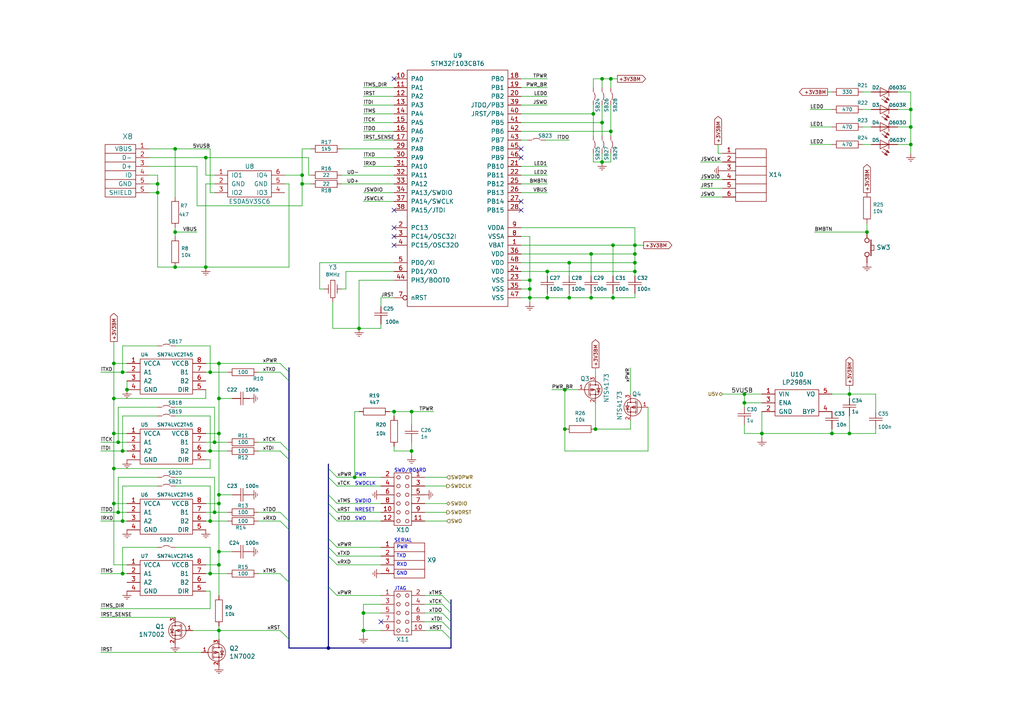
<source format=kicad_sch>
(kicad_sch (version 20231120) (generator "eeschema") (generator_version "8.0")
  (paper "A4")
  (title_block (rev "0.15"))
  (junction (at 63.5 163.83))
  (junction (at 158.75 78.74))
  (junction (at 102.87 138.43))
  (junction (at 215.9 116.84))
  (junction (at 63.5 182.88))
  (junction (at 114.3 119.38))
  (junction (at 105.41 177.8))
  (junction (at 34.29 148.59))
  (junction (at 172.085 33.02))
  (junction (at 165.1 86.36))
  (junction (at 264.16 31.75))
  (junction (at 63.5 143.51))
  (junction (at 174.625 46.99))
  (junction (at 264.16 41.91))
  (junction (at 153.67 81.28))
  (junction (at 87.63 50.8))
  (junction (at 174.625 35.56))
  (junction (at 62.23 148.59))
  (junction (at 184.15 71.12))
  (junction (at 163.83 124.46))
  (junction (at 95.25 187.96))
  (junction (at 246.38 114.3))
  (junction (at 153.67 86.36))
  (junction (at 251.46 67.31))
  (junction (at 62.23 128.27))
  (junction (at 165.1 76.2))
  (junction (at 33.02 105.41))
  (junction (at 33.02 135.89))
  (junction (at 158.75 86.36))
  (junction (at 60.96 107.95))
  (junction (at 63.5 146.05))
  (junction (at 33.02 146.05))
  (junction (at 63.5 160.02))
  (junction (at 33.02 115.57))
  (junction (at 119.38 130.81))
  (junction (at 177.8 86.36))
  (junction (at 60.96 151.13))
  (junction (at 172.72 124.46))
  (junction (at 50.8 43.18))
  (junction (at 177.165 38.1))
  (junction (at 105.41 182.88))
  (junction (at 35.56 166.37))
  (junction (at 63.5 125.73))
  (junction (at 60.96 166.37))
  (junction (at 35.56 130.81))
  (junction (at 36.83 113.03))
  (junction (at 174.625 22.86))
  (junction (at 50.8 67.31))
  (junction (at 60.96 130.81))
  (junction (at 184.15 78.74))
  (junction (at 264.16 36.83))
  (junction (at 87.63 53.34))
  (junction (at 184.15 76.2))
  (junction (at 33.02 125.73))
  (junction (at 50.8 77.47))
  (junction (at 35.56 151.13))
  (junction (at 184.15 73.66))
  (junction (at 63.5 105.41))
  (junction (at 45.72 55.88))
  (junction (at 215.9 114.3))
  (junction (at 246.38 125.73))
  (junction (at 45.72 53.34))
  (junction (at 34.29 128.27))
  (junction (at 241.3 125.73))
  (junction (at 35.56 107.95))
  (junction (at 171.45 73.66))
  (junction (at 171.45 86.36))
  (junction (at 119.38 119.38))
  (junction (at 177.165 22.86))
  (junction (at 59.69 45.72))
  (junction (at 163.83 113.03))
  (junction (at 177.8 71.12))
  (junction (at 63.5 115.57))
  (junction (at 104.14 95.25))
  (junction (at 59.69 77.47))
  (junction (at 220.98 125.73))
  (junction (at 153.67 83.82))
  (no_connect (at 151.13 45.72))
  (no_connect (at 114.3 66.04))
  (no_connect (at 151.13 58.42))
  (no_connect (at 114.3 68.58))
  (no_connect (at 114.3 60.96))
  (no_connect (at 114.3 71.12))
  (no_connect (at 151.13 43.18))
  (no_connect (at 110.49 180.34))
  (no_connect (at 114.3 22.86))
  (no_connect (at 151.13 60.96))
  (bus_entry (at 128.27 175.26) (size 2.54 2.54))
  (bus_entry (at 81.28 166.37) (size 2.54 2.54))
  (bus_entry (at 128.27 177.8) (size 2.54 2.54))
  (bus_entry (at 128.27 180.34) (size 2.54 2.54))
  (bus_entry (at 81.28 130.81) (size 2.54 2.54))
  (bus_entry (at 95.25 138.43) (size 2.54 2.54))
  (bus_entry (at 95.25 146.05) (size 2.54 2.54))
  (bus_entry (at 95.25 170.18) (size 2.54 2.54))
  (bus_entry (at 95.25 143.51) (size 2.54 2.54))
  (bus_entry (at 81.28 128.27) (size 2.54 2.54))
  (bus_entry (at 81.28 151.13) (size 2.54 2.54))
  (bus_entry (at 95.25 161.29) (size 2.54 2.54))
  (bus_entry (at 95.25 135.89) (size 2.54 2.54))
  (bus_entry (at 128.27 182.88) (size 2.54 2.54))
  (bus_entry (at 81.28 148.59) (size 2.54 2.54))
  (bus_entry (at 81.28 105.41) (size 2.54 2.54))
  (bus_entry (at 95.25 156.21) (size 2.54 2.54))
  (bus_entry (at 81.28 182.88) (size 2.54 2.54))
  (bus_entry (at 128.27 172.72) (size 2.54 2.54))
  (bus_entry (at 95.25 148.59) (size 2.54 2.54))
  (bus_entry (at 81.28 107.95) (size 2.54 2.54))
  (bus_entry (at 95.25 158.75) (size 2.54 2.54))
  (wire (pts (xy 33.02 105.41) (xy 36.83 105.41)))
  (wire (pts (xy 63.5 172.72) (xy 63.5 163.83)))
  (wire (pts (xy 57.15 48.26) (xy 57.15 59.69)))
  (wire (pts (xy 50.8 66.04) (xy 50.8 67.31)))
  (wire (pts (xy 74.93 130.81) (xy 81.28 130.81)))
  (bus (pts (xy 95.25 156.21) (xy 95.25 158.75)))
  (wire (pts (xy 35.56 158.75) (xy 35.56 166.37)))
  (wire (pts (xy 63.5 182.88) (xy 81.28 182.88)))
  (wire (pts (xy 36.83 146.05) (xy 33.02 146.05)))
  (wire (pts (xy 153.67 81.28) (xy 153.67 83.82)))
  (wire (pts (xy 45.72 53.34) (xy 45.72 55.88)))
  (wire (pts (xy 260.35 36.83) (xy 264.16 36.83)))
  (wire (pts (xy 59.69 171.45) (xy 60.96 171.45)))
  (wire (pts (xy 67.31 160.02) (xy 63.5 160.02)))
  (bus (pts (xy 130.81 177.8) (xy 130.81 180.34)))
  (wire (pts (xy 174.625 35.56) (xy 174.625 39.37)))
  (wire (pts (xy 33.02 135.89) (xy 33.02 146.05)))
  (wire (pts (xy 151.13 76.2) (xy 165.1 76.2)))
  (wire (pts (xy 33.02 163.83) (xy 36.83 163.83)))
  (wire (pts (xy 151.13 22.86) (xy 158.75 22.86)))
  (wire (pts (xy 114.3 50.8) (xy 99.06 50.8)))
  (bus (pts (xy 83.82 106.68) (xy 83.82 107.95)))
  (wire (pts (xy 209.55 52.07) (xy 203.2 52.07)))
  (bus (pts (xy 95.25 143.51) (xy 95.25 146.05)))
  (bus (pts (xy 95.25 134.62) (xy 95.25 135.89)))
  (bus (pts (xy 130.81 173.99) (xy 130.81 175.26)))
  (bus (pts (xy 130.81 180.34) (xy 130.81 182.88)))
  (wire (pts (xy 60.96 107.95) (xy 66.04 107.95)))
  (wire (pts (xy 29.21 107.95) (xy 35.56 107.95)))
  (bus (pts (xy 130.81 182.88) (xy 130.81 185.42)))
  (wire (pts (xy 33.02 105.41) (xy 33.02 115.57)))
  (wire (pts (xy 60.96 130.81) (xy 66.04 130.81)))
  (wire (pts (xy 35.56 151.13) (xy 29.21 151.13)))
  (wire (pts (xy 252.73 31.75) (xy 250.19 31.75)))
  (wire (pts (xy 182.88 121.92) (xy 182.88 124.46)))
  (wire (pts (xy 153.67 68.58) (xy 153.67 81.28)))
  (wire (pts (xy 60.96 151.13) (xy 66.04 151.13)))
  (wire (pts (xy 184.15 73.66) (xy 184.15 76.2)))
  (wire (pts (xy 33.02 105.41) (xy 33.02 99.06)))
  (wire (pts (xy 177.165 22.86) (xy 177.165 25.4)))
  (wire (pts (xy 129.54 151.13) (xy 123.19 151.13)))
  (wire (pts (xy 96.52 95.25) (xy 96.52 87.63)))
  (wire (pts (xy 172.085 33.02) (xy 172.085 30.48)))
  (wire (pts (xy 105.41 33.02) (xy 114.3 33.02)))
  (wire (pts (xy 87.63 53.34) (xy 87.63 59.69)))
  (wire (pts (xy 33.02 115.57) (xy 33.02 125.73)))
  (wire (pts (xy 36.83 166.37) (xy 35.56 166.37)))
  (wire (pts (xy 105.41 182.88) (xy 105.41 184.15)))
  (wire (pts (xy 59.69 148.59) (xy 62.23 148.59)))
  (wire (pts (xy 97.79 151.13) (xy 110.49 151.13)))
  (wire (pts (xy 105.41 38.1) (xy 114.3 38.1)))
  (wire (pts (xy 252.73 41.91) (xy 250.19 41.91)))
  (wire (pts (xy 58.42 189.23) (xy 29.21 189.23)))
  (bus (pts (xy 95.25 135.89) (xy 95.25 138.43)))
  (wire (pts (xy 63.5 115.57) (xy 63.5 125.73)))
  (wire (pts (xy 35.56 130.81) (xy 29.21 130.81)))
  (bus (pts (xy 95.25 146.05) (xy 95.25 148.59)))
  (wire (pts (xy 104.14 95.25) (xy 96.52 95.25)))
  (wire (pts (xy 119.38 119.38) (xy 114.3 119.38)))
  (wire (pts (xy 151.13 38.1) (xy 177.165 38.1)))
  (wire (pts (xy 153.67 86.36) (xy 151.13 86.36)))
  (wire (pts (xy 153.67 68.58) (xy 151.13 68.58)))
  (wire (pts (xy 246.38 114.3) (xy 254 114.3)))
  (wire (pts (xy 97.79 138.43) (xy 102.87 138.43)))
  (wire (pts (xy 264.16 26.67) (xy 264.16 31.75)))
  (wire (pts (xy 251.46 67.31) (xy 236.22 67.31)))
  (wire (pts (xy 260.35 26.67) (xy 264.16 26.67)))
  (wire (pts (xy 151.13 33.02) (xy 172.085 33.02)))
  (wire (pts (xy 220.98 116.84) (xy 215.9 116.84)))
  (wire (pts (xy 163.83 113.03) (xy 167.64 113.03)))
  (wire (pts (xy 83.82 53.34) (xy 83.82 77.47)))
  (wire (pts (xy 60.96 176.53) (xy 29.21 176.53)))
  (wire (pts (xy 114.3 45.72) (xy 105.41 45.72)))
  (wire (pts (xy 241.3 114.3) (xy 246.38 114.3)))
  (wire (pts (xy 59.69 77.47) (xy 50.8 77.47)))
  (wire (pts (xy 90.17 50.8) (xy 89.535 50.8)))
  (wire (pts (xy 153.035 40.64) (xy 151.13 40.64)))
  (wire (pts (xy 59.69 130.81) (xy 60.96 130.81)))
  (wire (pts (xy 153.67 86.36) (xy 153.67 87.63)))
  (wire (pts (xy 105.41 25.4) (xy 114.3 25.4)))
  (wire (pts (xy 63.5 182.88) (xy 63.5 185.42)))
  (wire (pts (xy 114.3 81.28) (xy 104.14 81.28)))
  (bus (pts (xy 95.25 158.75) (xy 95.25 161.29)))
  (wire (pts (xy 105.41 27.94) (xy 114.3 27.94)))
  (wire (pts (xy 59.69 128.27) (xy 62.23 128.27)))
  (wire (pts (xy 165.1 85.09) (xy 165.1 86.36)))
  (wire (pts (xy 36.83 110.49) (xy 36.83 113.03)))
  (wire (pts (xy 252.73 36.83) (xy 250.19 36.83)))
  (wire (pts (xy 62.23 138.43) (xy 62.23 148.59)))
  (wire (pts (xy 59.69 45.72) (xy 89.535 45.72)))
  (wire (pts (xy 45.72 158.75) (xy 35.56 158.75)))
  (wire (pts (xy 119.38 119.38) (xy 125.73 119.38)))
  (wire (pts (xy 174.625 46.99) (xy 177.165 46.99)))
  (wire (pts (xy 35.56 140.97) (xy 35.56 151.13)))
  (wire (pts (xy 251.46 64.77) (xy 251.46 67.31)))
  (wire (pts (xy 105.41 35.56) (xy 114.3 35.56)))
  (wire (pts (xy 177.8 85.09) (xy 177.8 86.36)))
  (wire (pts (xy 50.8 67.31) (xy 50.8 68.58)))
  (wire (pts (xy 83.82 77.47) (xy 59.69 77.47)))
  (wire (pts (xy 264.16 41.91) (xy 264.16 44.45)))
  (wire (pts (xy 177.165 38.1) (xy 177.165 39.37)))
  (wire (pts (xy 60.96 135.89) (xy 33.02 135.89)))
  (wire (pts (xy 29.21 179.07) (xy 50.8 179.07)))
  (wire (pts (xy 254 124.46) (xy 254 125.73)))
  (wire (pts (xy 110.49 148.59) (xy 97.79 148.59)))
  (wire (pts (xy 50.8 43.18) (xy 60.96 43.18)))
  (wire (pts (xy 151.13 55.88) (xy 158.75 55.88)))
  (wire (pts (xy 102.87 119.38) (xy 102.87 138.43)))
  (wire (pts (xy 89.535 45.72) (xy 89.535 50.8)))
  (wire (pts (xy 184.15 78.74) (xy 184.15 80.01)))
  (wire (pts (xy 113.03 119.38) (xy 114.3 119.38)))
  (wire (pts (xy 74.93 128.27) (xy 81.28 128.27)))
  (wire (pts (xy 110.49 93.98) (xy 110.49 95.25)))
  (wire (pts (xy 45.72 138.43) (xy 34.29 138.43)))
  (wire (pts (xy 59.69 115.57) (xy 33.02 115.57)))
  (wire (pts (xy 163.83 124.46) (xy 163.83 113.03)))
  (wire (pts (xy 104.14 119.38) (xy 102.87 119.38)))
  (wire (pts (xy 209.55 57.15) (xy 203.2 57.15)))
  (bus (pts (xy 83.82 133.35) (xy 83.82 151.13)))
  (wire (pts (xy 114.3 78.74) (xy 100.33 78.74)))
  (wire (pts (xy 74.93 166.37) (xy 81.28 166.37)))
  (wire (pts (xy 110.49 175.26) (xy 105.41 175.26)))
  (bus (pts (xy 95.25 138.43) (xy 95.25 143.51)))
  (wire (pts (xy 151.13 71.12) (xy 177.8 71.12)))
  (wire (pts (xy 74.93 148.59) (xy 81.28 148.59)))
  (wire (pts (xy 110.49 86.36) (xy 110.49 88.9)))
  (wire (pts (xy 60.96 140.97) (xy 60.96 151.13)))
  (wire (pts (xy 45.72 50.8) (xy 45.72 53.34)))
  (wire (pts (xy 62.23 55.88) (xy 60.96 55.88)))
  (wire (pts (xy 36.83 151.13) (xy 35.56 151.13)))
  (wire (pts (xy 171.45 86.36) (xy 177.8 86.36)))
  (wire (pts (xy 163.83 113.03) (xy 160.02 113.03)))
  (wire (pts (xy 174.625 44.45) (xy 174.625 46.99)))
  (wire (pts (xy 254 114.3) (xy 254 119.38)))
  (wire (pts (xy 220.98 119.38) (xy 220.98 125.73)))
  (bus (pts (xy 130.81 175.26) (xy 130.81 177.8)))
  (wire (pts (xy 129.54 140.97) (xy 123.19 140.97)))
  (wire (pts (xy 34.29 148.59) (xy 29.21 148.59)))
  (wire (pts (xy 241.3 125.73) (xy 220.98 125.73)))
  (wire (pts (xy 151.13 73.66) (xy 171.45 73.66)))
  (wire (pts (xy 63.5 146.05) (xy 63.5 160.02)))
  (wire (pts (xy 110.49 172.72) (xy 97.79 172.72)))
  (wire (pts (xy 114.3 48.26) (xy 105.41 48.26)))
  (wire (pts (xy 63.5 181.61) (xy 63.5 182.88)))
  (wire (pts (xy 246.38 125.73) (xy 241.3 125.73)))
  (bus (pts (xy 83.82 168.91) (xy 83.82 185.42)))
  (wire (pts (xy 208.28 44.45) (xy 208.28 41.91)))
  (wire (pts (xy 59.69 151.13) (xy 60.96 151.13)))
  (wire (pts (xy 55.88 182.88) (xy 63.5 182.88)))
  (wire (pts (xy 158.75 27.94) (xy 151.13 27.94)))
  (wire (pts (xy 123.19 138.43) (xy 129.54 138.43)))
  (wire (pts (xy 241.3 31.75) (xy 234.95 31.75)))
  (wire (pts (xy 105.41 175.26) (xy 105.41 177.8)))
  (wire (pts (xy 105.41 30.48) (xy 114.3 30.48)))
  (wire (pts (xy 172.085 46.99) (xy 174.625 46.99)))
  (wire (pts (xy 241.3 36.83) (xy 234.95 36.83)))
  (wire (pts (xy 36.83 148.59) (xy 34.29 148.59)))
  (wire (pts (xy 174.625 22.86) (xy 177.165 22.86)))
  (wire (pts (xy 151.13 53.34) (xy 158.75 53.34)))
  (wire (pts (xy 158.75 48.26) (xy 151.13 48.26)))
  (wire (pts (xy 177.165 46.99) (xy 177.165 44.45)))
  (wire (pts (xy 171.45 73.66) (xy 171.45 80.01)))
  (wire (pts (xy 110.49 161.29) (xy 97.79 161.29)))
  (wire (pts (xy 104.14 81.28) (xy 104.14 95.25)))
  (wire (pts (xy 43.18 50.8) (xy 45.72 50.8)))
  (wire (pts (xy 67.31 143.51) (xy 63.5 143.51)))
  (wire (pts (xy 153.67 86.36) (xy 158.75 86.36)))
  (wire (pts (xy 260.35 31.75) (xy 264.16 31.75)))
  (wire (pts (xy 241.3 26.67) (xy 240.03 26.67)))
  (wire (pts (xy 123.19 172.72) (xy 128.27 172.72)))
  (wire (pts (xy 128.27 182.88) (xy 123.19 182.88)))
  (wire (pts (xy 60.96 55.88) (xy 60.96 43.18)))
  (wire (pts (xy 60.96 171.45) (xy 60.96 176.53)))
  (bus (pts (xy 95.25 170.18) (xy 95.25 187.96)))
  (wire (pts (xy 172.085 33.02) (xy 172.085 39.37)))
  (wire (pts (xy 90.17 43.18) (xy 87.63 43.18)))
  (wire (pts (xy 45.72 118.11) (xy 34.29 118.11)))
  (wire (pts (xy 34.29 128.27) (xy 36.83 128.27)))
  (wire (pts (xy 158.115 40.64) (xy 165.1 40.64)))
  (bus (pts (xy 95.25 161.29) (xy 95.25 170.18)))
  (wire (pts (xy 45.72 55.88) (xy 45.72 77.47)))
  (wire (pts (xy 114.3 58.42) (xy 105.41 58.42)))
  (wire (pts (xy 119.38 123.19) (xy 119.38 119.38)))
  (wire (pts (xy 158.75 85.09) (xy 158.75 86.36)))
  (wire (pts (xy 114.3 120.65) (xy 114.3 119.38)))
  (bus (pts (xy 83.82 185.42) (xy 83.82 187.96)))
  (wire (pts (xy 59.69 107.95) (xy 60.96 107.95)))
  (wire (pts (xy 59.69 50.8) (xy 59.69 45.72)))
  (wire (pts (xy 100.33 83.82) (xy 99.06 83.82)))
  (wire (pts (xy 62.23 50.8) (xy 59.69 50.8)))
  (wire (pts (xy 165.1 86.36) (xy 171.45 86.36)))
  (wire (pts (xy 34.29 118.11) (xy 34.29 128.27)))
  (wire (pts (xy 186.69 71.12) (xy 184.15 71.12)))
  (wire (pts (xy 119.38 130.81) (xy 119.38 132.08)))
  (wire (pts (xy 63.5 146.05) (xy 63.5 143.51)))
  (wire (pts (xy 62.23 128.27) (xy 66.04 128.27)))
  (wire (pts (xy 33.02 125.73) (xy 33.02 135.89)))
  (wire (pts (xy 209.55 46.99) (xy 203.2 46.99)))
  (wire (pts (xy 241.3 124.46) (xy 241.3 125.73)))
  (wire (pts (xy 246.38 111.76) (xy 246.38 114.3)))
  (wire (pts (xy 87.63 59.69) (xy 57.15 59.69)))
  (bus (pts (xy 83.82 110.49) (xy 83.82 130.81)))
  (wire (pts (xy 209.55 114.3) (xy 215.9 114.3)))
  (wire (pts (xy 35.56 107.95) (xy 36.83 107.95)))
  (wire (pts (xy 246.38 114.3) (xy 246.38 115.57)))
  (wire (pts (xy 174.625 30.48) (xy 174.625 35.56)))
  (wire (pts (xy 59.69 146.05) (xy 63.5 146.05)))
  (wire (pts (xy 35.56 120.65) (xy 35.56 130.81)))
  (wire (pts (xy 215.9 125.73) (xy 215.9 123.19)))
  (wire (pts (xy 105.41 177.8) (xy 105.41 182.88)))
  (wire (pts (xy 184.15 86.36) (xy 184.15 85.09)))
  (wire (pts (xy 172.085 25.4) (xy 172.085 22.86)))
  (wire (pts (xy 172.085 44.45) (xy 172.085 46.99)))
  (wire (pts (xy 62.23 118.11) (xy 62.23 128.27)))
  (wire (pts (xy 260.35 41.91) (xy 264.16 41.91)))
  (wire (pts (xy 92.71 76.2) (xy 92.71 83.82)))
  (wire (pts (xy 50.8 43.18) (xy 43.18 43.18)))
  (wire (pts (xy 97.79 158.75) (xy 110.49 158.75)))
  (wire (pts (xy 177.8 86.36) (xy 184.15 86.36)))
  (wire (pts (xy 63.5 160.02) (xy 63.5 163.83)))
  (wire (pts (xy 184.15 71.12) (xy 184.15 73.66)))
  (wire (pts (xy 187.96 130.81) (xy 163.83 130.81)))
  (wire (pts (xy 110.49 177.8) (xy 105.41 177.8)))
  (wire (pts (xy 114.3 130.81) (xy 119.38 130.81)))
  (wire (pts (xy 119.38 130.81) (xy 119.38 128.27)))
  (wire (pts (xy 50.8 118.11) (xy 62.23 118.11)))
  (wire (pts (xy 114.3 43.18) (xy 99.06 43.18)))
  (wire (pts (xy 110.49 182.88) (xy 105.41 182.88)))
  (wire (pts (xy 92.71 76.2) (xy 114.3 76.2)))
  (wire (pts (xy 60.96 100.33) (xy 50.8 100.33)))
  (wire (pts (xy 45.72 77.47) (xy 50.8 77.47)))
  (bus (pts (xy 130.81 187.96) (xy 95.25 187.96)))
  (bus (pts (xy 83.82 153.67) (xy 83.82 168.91)))
  (wire (pts (xy 246.38 125.73) (xy 254 125.73)))
  (wire (pts (xy 97.79 140.97) (xy 110.49 140.97)))
  (wire (pts (xy 220.98 125.73) (xy 215.9 125.73)))
  (wire (pts (xy 60.96 107.95) (xy 60.96 100.33)))
  (wire (pts (xy 209.55 54.61) (xy 203.2 54.61)))
  (wire (pts (xy 92.71 83.82) (xy 93.98 83.82)))
  (bus (pts (xy 83.82 107.95) (xy 83.82 110.49)))
  (wire (pts (xy 43.18 55.88) (xy 45.72 55.88)))
  (wire (pts (xy 114.3 129.54) (xy 114.3 130.81)))
  (wire (pts (xy 67.31 115.57) (xy 63.5 115.57)))
  (wire (pts (xy 60.96 166.37) (xy 66.04 166.37)))
  (wire (pts (xy 82.55 50.8) (xy 87.63 50.8)))
  (wire (pts (xy 82.55 53.34) (xy 83.82 53.34)))
  (wire (pts (xy 158.75 78.74) (xy 158.75 80.01)))
  (wire (pts (xy 33.02 146.05) (xy 33.02 163.83)))
  (wire (pts (xy 50.8 158.75) (xy 60.96 158.75)))
  (wire (pts (xy 220.98 125.73) (xy 220.98 127)))
  (wire (pts (xy 177.8 71.12) (xy 184.15 71.12)))
  (wire (pts (xy 97.79 146.05) (xy 110.49 146.05)))
  (wire (pts (xy 35.56 166.37) (xy 29.21 166.37)))
  (wire (pts (xy 60.96 120.65) (xy 60.96 130.81)))
  (bus (pts (xy 83.82 151.13) (xy 83.82 153.67)))
  (wire (pts (xy 151.13 81.28) (xy 153.67 81.28)))
  (wire (pts (xy 102.87 138.43) (xy 110.49 138.43)))
  (wire (pts (xy 62.23 148.59) (xy 66.04 148.59)))
  (wire (pts (xy 59.69 166.37) (xy 60.96 166.37)))
  (bus (pts (xy 95.25 148.59) (xy 95.25 156.21)))
  (wire (pts (xy 151.13 30.48) (xy 158.75 30.48)))
  (wire (pts (xy 215.9 118.11) (xy 215.9 116.84)))
  (wire (pts (xy 158.75 78.74) (xy 184.15 78.74)))
  (wire (pts (xy 35.56 100.33) (xy 35.56 107.95)))
  (wire (pts (xy 158.75 50.8) (xy 151.13 50.8)))
  (wire (pts (xy 128.27 180.34) (xy 123.19 180.34)))
  (wire (pts (xy 43.18 48.26) (xy 57.15 48.26)))
  (wire (pts (xy 63.5 105.41) (xy 59.69 105.41)))
  (wire (pts (xy 36.83 125.73) (xy 33.02 125.73)))
  (wire (pts (xy 74.93 107.95) (xy 81.28 107.95)))
  (wire (pts (xy 59.69 125.73) (xy 63.5 125.73)))
  (wire (pts (xy 151.13 78.74) (xy 158.75 78.74)))
  (wire (pts (xy 246.38 120.65) (xy 246.38 125.73)))
  (wire (pts (xy 59.69 163.83) (xy 63.5 163.83)))
  (wire (pts (xy 215.9 116.84) (xy 215.9 114.3)))
  (wire (pts (xy 110.49 95.25) (xy 104.14 95.25)))
  (wire (pts (xy 129.54 148.59) (xy 123.19 148.59)))
  (wire (pts (xy 100.33 78.74) (xy 100.33 83.82)))
  (wire (pts (xy 182.88 124.46) (xy 172.72 124.46)))
  (wire (pts (xy 177.165 38.1) (xy 177.165 30.48)))
  (wire (pts (xy 172.72 109.22) (xy 172.72 106.68)))
  (wire (pts (xy 36.83 130.81) (xy 35.56 130.81)))
  (wire (pts (xy 50.8 140.97) (xy 60.96 140.97)))
  (wire (pts (xy 60.96 158.75) (xy 60.96 166.37)))
  (wire (pts (xy 187.96 118.11) (xy 187.96 130.81)))
  (wire (pts (xy 63.5 125.73) (xy 63.5 143.51)))
  (wire (pts (xy 50.8 67.31) (xy 57.15 67.31)))
  (wire (pts (xy 123.19 146.05) (xy 129.54 146.05)))
  (wire (pts (xy 59.69 133.35) (xy 60.96 133.35)))
  (wire (pts (xy 105.41 40.64) (xy 114.3 40.64)))
  (wire (pts (xy 241.3 41.91) (xy 234.95 41.91)))
  (wire (pts (xy 50.8 57.15) (xy 50.8 43.18)))
  (wire (pts (xy 110.49 163.83) (xy 97.79 163.83)))
  (bus (pts (xy 83.82 187.96) (xy 95.25 187.96)))
  (bus (pts (xy 83.82 130.81) (xy 83.82 133.35)))
  (wire (pts (xy 114.3 86.36) (xy 110.49 86.36)))
  (wire (pts (xy 74.93 151.13) (xy 81.28 151.13)))
  (wire (pts (xy 59.69 53.34) (xy 59.69 77.47)))
  (wire (pts (xy 128.27 177.8) (xy 123.19 177.8)))
  (wire (pts (xy 87.63 43.18) (xy 87.63 50.8)))
  (wire (pts (xy 165.1 76.2) (xy 165.1 80.01)))
  (wire (pts (xy 151.13 66.04) (xy 184.15 66.04)))
  (wire (pts (xy 177.8 71.12) (xy 177.8 80.01)))
  (wire (pts (xy 264.16 31.75) (xy 264.16 36.83)))
  (wire (pts (xy 90.17 53.34) (xy 87.63 53.34)))
  (wire (pts (xy 209.55 44.45) (xy 208.28 44.45)))
  (wire (pts (xy 182.88 114.3) (xy 182.88 106.68)))
  (wire (pts (xy 151.13 35.56) (xy 174.625 35.56)))
  (wire (pts (xy 172.72 124.46) (xy 172.72 116.84)))
  (wire (pts (xy 220.98 114.3) (xy 215.9 114.3)))
  (wire (pts (xy 171.45 85.09) (xy 171.45 86.36)))
  (wire (pts (xy 158.75 86.36) (xy 165.1 86.36)))
  (wire (pts (xy 45.72 100.33) (xy 35.56 100.33)))
  (wire (pts (xy 43.18 45.72) (xy 59.69 45.72)))
  (wire (pts (xy 165.1 76.2) (xy 184.15 76.2)))
  (bus (pts (xy 130.81 185.42) (xy 130.81 187.96)))
  (wire (pts (xy 163.83 130.81) (xy 163.83 124.46)))
  (wire (pts (xy 50.8 120.65) (xy 60.96 120.65)))
  (wire (pts (xy 174.625 25.4) (xy 174.625 22.86)))
  (wire (pts (xy 62.23 53.34) (xy 59.69 53.34)))
  (wire (pts (xy 99.06 53.34) (xy 114.3 53.34)))
  (wire (pts (xy 264.16 36.83) (xy 264.16 41.91)))
  (wire (pts (xy 114.3 55.88) (xy 105.41 55.88)))
  (wire (pts (xy 87.63 50.8) (xy 87.63 53.34)))
  (wire (pts (xy 184.15 66.04) (xy 184.15 71.12)))
  (wire (pts (xy 153.67 83.82) (xy 153.67 86.36)))
  (wire (pts (xy 177.165 22.86) (xy 179.07 22.86)))
  (wire (pts (xy 59.69 113.03) (xy 59.69 115.57)))
  (wire (pts (xy 123.19 175.26) (xy 128.27 175.26)))
  (wire (pts (xy 184.15 76.2) (xy 184.15 78.74)))
  (wire (pts (xy 172.085 22.86) (xy 174.625 22.86)))
  (wire (pts (xy 50.8 138.43) (xy 62.23 138.43)))
  (wire (pts (xy 252.73 26.67) (xy 250.19 26.67)))
  (wire (pts (xy 60.96 133.35) (xy 60.96 135.89)))
  (wire (pts (xy 171.45 73.66) (xy 184.15 73.66)))
  (wire (pts (xy 63.5 115.57) (xy 63.5 105.41)))
  (wire (pts (xy 43.18 53.34) (xy 45.72 53.34)))
  (wire (pts (xy 29.21 128.27) (xy 34.29 128.27)))
  (wire (pts (xy 63.5 105.41) (xy 81.28 105.41)))
  (wire (pts (xy 45.72 140.97) (xy 35.56 140.97)))
  (wire (pts (xy 34.29 138.43) (xy 34.29 148.59)))
  (wire (pts (xy 151.13 83.82) (xy 153.67 83.82)))
  (wire (pts (xy 45.72 120.65) (xy 35.56 120.65)))
  (wire (pts (xy 151.13 25.4) (xy 158.75 25.4)))
  (text "SERIAL" (at 114.3 157.48 0) (effects (font (size 1.016 1.016)) (justify left bottom)))
  (text "JTAG" (at 114.3 171.45 0) (effects (font (size 1.016 1.016)) (justify left bottom)))
  (text "PWR" (at 114.935 159.385 0) (effects (font (size 1.016 1.016)) (justify left bottom)))
  (text "SWO" (at 102.87 151.13 0) (effects (font (size 1.016 1.016)) (justify left bottom)))
  (text "RXD" (at 114.935 164.465 0) (effects (font (size 1.016 1.016)) (justify left bottom)))
  (text "NRESET" (at 102.87 148.59 0) (effects (font (size 1.016 1.016)) (justify left bottom)))
  (text "SWDIO" (at 102.87 146.05 0) (effects (font (size 1.016 1.016)) (justify left bottom)))
  (text "PWR" (at 102.87 138.43 0) (effects (font (size 1.016 1.016)) (justify left bottom)))
  (text "GND" (at 114.935 167.005 0) (effects (font (size 1.016 1.016)) (justify left bottom)))
  (text "SWD/BOARD" (at 114.3 137.16 0) (effects (font (size 1.016 1.016)) (justify left bottom)))
  (text "TXD" (at 114.935 161.925 0) (effects (font (size 1.016 1.016)) (justify left bottom)))
  (text "SWDCLK" (at 102.87 140.97 0) (effects (font (size 1.016 1.016)) (justify left bottom)))
  (label "iTMS" (at 105.41 33.02 0) (effects (font (size 1.016 1.016))))
  (label "xTDI" (at 76.2 130.81 0) (effects (font (size 1.016 1.016))))
  (label "BMBTN" (at 236.22 67.31 0) (effects (font (size 1.016 1.016))))
  (label "iTDO" (at 105.41 38.1 0) (effects (font (size 1.016 1.016))))
  (label "xTDI" (at 128.27 180.34 180) (effects (font (size 1.016 1.016))))
  (label "iTMS" (at 29.21 166.37 0) (effects (font (size 1.016 1.016))))
  (label "iTDO" (at 165.1 40.64 180) (effects (font (size 1.016 1.016))))
  (label "xTMS" (at 128.27 172.72 180) (effects (font (size 1.016 1.016))))
  (label "iTMS_DIR" (at 105.41 25.4 0) (effects (font (size 1.016 1.016))))
  (label "xRST" (at 81.28 182.88 180) (effects (font (size 1.016 1.016))))
  (label "iTDO" (at 29.21 148.59 0) (effects (font (size 1.016 1.016))))
  (label "iTXD" (at 29.21 107.95 0) (effects (font (size 1.016 1.016))))
  (label "JSWCLK" (at 105.41 58.42 0) (effects (font (size 1.016 1.016))))
  (label "xRST" (at 97.79 148.59 0) (effects (font (size 1.016 1.016))))
  (label "xTCK" (at 76.2 128.27 0) (effects (font (size 1.016 1.016))))
  (label "iTDI" (at 29.21 130.81 0) (effects (font (size 1.016 1.016))))
  (label "xPWR" (at 97.79 172.72 0) (effects (font (size 1.016 1.016))))
  (label "JRST" (at 203.2 54.61 0) (effects (font (size 1.016 1.016))))
  (label "iTMS_DIR" (at 29.21 176.53 0) (effects (font (size 1.016 1.016))))
  (label "xTXD" (at 76.2 107.95 0) (effects (font (size 1.016 1.016))))
  (label "xPWR" (at 97.79 158.75 0) (effects (font (size 1.016 1.016))))
  (label "TPWR" (at 125.73 119.38 180) (effects (font (size 1.016 1.016))))
  (label "LED0" (at 234.95 31.75 0) (effects (font (size 1.016 1.016))))
  (label "UD+" (at 104.14 53.34 180) (effects (font (size 1.016 1.016))))
  (label "TPWR" (at 158.75 22.86 180) (effects (font (size 1.016 1.016))))
  (label "iTDI" (at 105.41 30.48 0) (effects (font (size 1.016 1.016))))
  (label "JSWCLK" (at 203.2 46.99 0) (effects (font (size 1.016 1.016))))
  (label "JSWDIO" (at 105.41 55.88 0) (effects (font (size 1.016 1.016))))
  (label "VBUS" (at 158.75 55.88 180) (effects (font (size 1.016 1.016))))
  (label "xTCK" (at 128.27 175.26 180) (effects (font (size 1.016 1.016))))
  (label "xRXD" (at 97.79 163.83 0) (effects (font (size 1.016 1.016))))
  (label "LED0" (at 158.75 27.94 180) (effects (font (size 1.016 1.016))))
  (label "xRXD" (at 76.2 151.13 0) (effects (font (size 1.016 1.016))))
  (label "JSWDIO" (at 203.2 52.07 0) (effects (font (size 1.016 1.016))))
  (label "iTXD" (at 105.41 45.72 0) (effects (font (size 1.016 1.016))))
  (label "xPWR" (at 76.2 105.41 0) (effects (font (size 1.016 1.016))))
  (label "JSWO" (at 203.2 57.15 0) (effects (font (size 1.016 1.016))))
  (label "UD-" (at 104.14 50.8 180) (effects (font (size 1.016 1.016))))
  (label "xTDO" (at 128.27 177.8 180) (effects (font (size 1.016 1.016))))
  (label "LED2" (at 234.95 41.91 0) (effects (font (size 1.016 1.016))))
  (label "xTXD" (at 97.79 161.29 0) (effects (font (size 1.016 1.016))))
  (label "xTDO" (at 76.2 148.59 0) (effects (font (size 1.016 1.016))))
  (label "xTDO" (at 97.79 151.13 0) (effects (font (size 1.016 1.016))))
  (label "JRST" (at 110.49 86.36 0) (effects (font (size 1.016 1.016))))
  (label "xTCK" (at 97.79 140.97 0) (effects (font (size 1.016 1.016))))
  (label "PWR_BR" (at 160.02 113.03 0) (effects (font (size 1.016 1.016))))
  (label "xRST" (at 128.27 182.88 180) (effects (font (size 1.016 1.016))))
  (label "5VUSB" (at 55.88 43.18 0) (effects (font (size 1.016 1.016))))
  (label "xPWR" (at 182.88 106.68 270) (effects (font (size 1.016 1.016))))
  (label "iRST_SENSE" (at 105.41 40.64 0) (effects (font (size 1.016 1.016))))
  (label "LED2" (at 158.75 50.8 180) (effects (font (size 1.016 1.016))))
  (label "LED1" (at 158.75 48.26 180) (effects (font (size 1.016 1.016))))
  (label "iRST" (at 105.41 27.94 0) (effects (font (size 1.016 1.016))))
  (label "LED1" (at 234.95 36.83 0) (effects (font (size 1.016 1.016))))
  (label "xPWR" (at 97.79 138.43 0) (effects (font (size 1.016 1.016))))
  (label "iRXD" (at 29.21 151.13 0) (effects (font (size 1.016 1.016))))
  (label "JSWO" (at 158.75 30.48 180) (effects (font (size 1.016 1.016))))
  (label "iRST" (at 29.21 189.23 0) (effects (font (size 1.016 1.016))))
  (label "xTMS" (at 76.2 166.37 0) (effects (font (size 1.016 1.016))))
  (label "iTCK" (at 105.41 35.56 0) (effects (font (size 1.016 1.016))))
  (label "iTCK" (at 29.21 128.27 0) (effects (font (size 1.016 1.016))))
  (label "BMBTN" (at 158.75 53.34 180) (effects (font (size 1.016 1.016))))
  (label "xTMS" (at 97.79 146.05 0) (effects (font (size 1.016 1.016))))
  (label "iRXD" (at 105.41 48.26 0) (effects (font (size 1.016 1.016))))
  (label "5VUSB" (at 212.09 114.3 0))
  (label "VBUS" (at 57.15 67.31 180) (effects (font (size 1.016 1.016))))
  (label "PWR_BR" (at 158.75 25.4 180) (effects (font (size 1.016 1.016))))
  (label "iRST_SENSE" (at 29.21 179.07 0) (effects (font (size 1.016 1.016))))
  (global_label "+3V3BM" (shape output) (at 240.03 26.67 180) (effects (font (size 1.016 1.016))) (property "Intersheetrefs" "${INTERSHEET_REFS}" (effects (hide yes))))
  (global_label "+3V3BM" (shape output) (at 251.46 55.88 90) (effects (font (size 1.016 1.016))) (property "Intersheetrefs" "${INTERSHEET_REFS}" (effects (hide yes))))
  (global_label "+3V3BM" (shape output) (at 186.69 71.12 0) (effects (font (size 1.016 1.016))) (property "Intersheetrefs" "${INTERSHEET_REFS}" (effects (hide yes))))
  (global_label "+3V3BM" (shape output) (at 246.38 111.76 90) (effects (font (size 1.016 1.016))) (property "Intersheetrefs" "${INTERSHEET_REFS}" (effects (hide yes))))
  (global_label "+3V3BM" (shape output) (at 179.07 22.86 0) (effects (font (size 1.016 1.016))) (property "Intersheetrefs" "${INTERSHEET_REFS}" (effects (hide yes))))
  (global_label "+3V3BM" (shape output) (at 172.72 106.68 90) (effects (font (size 1.016 1.016))) (property "Intersheetrefs" "${INTERSHEET_REFS}" (effects (hide yes))))
  (global_label "+3V3BM" (shape output) (at 33.02 99.06 90) (effects (font (size 1.016 1.016))) (property "Intersheetrefs" "${INTERSHEET_REFS}" (effects (hide yes))))
  (global_label "+3V3BM" (shape output) (at 208.28 41.91 90) (effects (font (size 1.016 1.016))) (property "Intersheetrefs" "${INTERSHEET_REFS}" (effects (hide yes))))
  (hierarchical_label "SWDRST" (shape output) (at 129.54 148.59 0) (effects (font (size 1.016 1.016))))
  (hierarchical_label "SWDCLK" (shape output) (at 129.54 140.97 0) (effects (font (size 1.016 1.016))))
  (hierarchical_label "U5V" (shape bidirectional) (at 209.55 114.3 180) (effects (font (size 1.016 1.016))))
  (hierarchical_label "SWDPWR" (shape input) (at 129.54 138.43 0) (effects (font (size 1.016 1.016))))
  (hierarchical_label "SWDIO" (shape bidirectional) (at 129.54 146.05 0) (effects (font (size 1.016 1.016))))
  (hierarchical_label "SWO" (shape input) (at 129.54 151.13 0) (effects (font (size 1.016 1.016))))
  (symbol (lib_id "nuco-v-rescue:JUMPER-COMMON") (at 177.165 39.37 270) (unit 1)
    (property "Reference" "SB29" (at 178.435 44.45 0) (effects (font (size 1.016 1.016))))
    (property "Value" "JUMPER" (effects (hide yes)))
    (property "Footprint" "SMD-CMN:SMD-0603R" (effects (hide yes)))
  )
  (symbol (lib_id "nuco-v-rescue:JUMPER-COMMON") (at 174.625 39.37 270) (unit 1)
    (property "Reference" "SB27" (at 175.895 44.45 0) (effects (font (size 1.016 1.016))))
    (property "Value" "JUMPER" (effects (hide yes)))
    (property "Footprint" "SMD-CMN:SMD-0603R" (effects (hide yes)))
  )
  (symbol (lib_id "nuco-v-rescue:JUMPER-COMMON") (at 172.085 39.37 270) (unit 1)
    (property "Reference" "SB25" (at 173.355 44.45 0) (effects (font (size 1.016 1.016))))
    (property "Value" "JUMPER" (effects (hide yes)))
    (property "Footprint" "SMD-CMN:SMD-0603R" (effects (hide yes)))
  )
  (symbol (lib_id "nuco-v-rescue:STM32F103C8T6-STM32") (at 114.3 22.86 0) (unit 1)
    (property "Reference" "U9" (at 132.715 16.129 0))
    (property "Value" "STM32F103CBT6" (at 132.715 18.4404 0))
    (property "Footprint" "SMD-QFN:QFP50P070X070-48" (effects (hide yes)))
  )
  (symbol (lib_id "nuco-v-rescue:USB-OTG-CONNECTORS") (at 43.18 43.18 0) (unit 1)
    (property "Reference" "X8" (at 37.0332 39.5986 0) (effects (font (size 1.524 1.524))))
    (property "Value" "USB-OTG" (effects (hide yes)))
    (property "Footprint" "CONNECTORS:AMP10118194-0001LF" (effects (hide yes)))
  )
  (symbol (lib_id "nuco-v-rescue:RESISTOR-COMMON") (at 50.8 57.15 270) (unit 1)
    (property "Reference" "R7" (at 53.34 59.69 90) (effects (font (size 1.016 1.016))))
    (property "Value" "4k7" (at 53.34 62.23 90) (effects (font (size 1.016 1.016))))
    (property "Footprint" "SMD-CMN:SMD-0603R" (effects (hide yes)))
  )
  (symbol (lib_id "nuco-v-rescue:RESISTOR-COMMON") (at 90.17 50.8 0) (unit 1)
    (property "Reference" "R16" (at 94.615 48.895 0) (effects (font (size 1.016 1.016))))
    (property "Value" "22" (at 94.615 50.8 0) (effects (font (size 1.016 1.016))))
    (property "Footprint" "SMD-CMN:SMD-0603R" (effects (hide yes)))
  )
  (symbol (lib_id "nuco-v-rescue:RESISTOR-COMMON") (at 50.8 68.58 270) (unit 1)
    (property "Reference" "R8" (at 52.5272 72.0598 90) (effects (font (size 1.016 1.016)) (justify left)))
    (property "Value" "10k" (at 52.5272 73.9902 90) (effects (font (size 1.016 1.016)) (justify left)))
    (property "Footprint" "SMD-CMN:SMD-0603R" (effects (hide yes)))
  )
  (symbol (lib_id "nuco-v-rescue:ESDAxxSC6-OTHER") (at 62.23 50.8 0) (unit 1)
    (property "Reference" "U8" (at 72.39 48.26 0))
    (property "Value" "ESDA5V3SC6" (at 72.39 58.42 0))
    (property "Footprint" "SMD-SOT:SOT-23-6" (effects (hide yes)))
  )
  (symbol (lib_id "nuco-v-rescue:PGND-COMMON") (at 59.69 77.47 0) (unit 1)
    (property "Reference" "#P0122" (effects (hide yes)))
    (property "Value" "PGND" (effects (hide yes)))
  )
  (symbol (lib_id "nuco-v-rescue:RESISTOR-COMMON") (at 99.06 53.34 180) (unit 1)
    (property "Reference" "R18" (at 94.615 55.245 0) (effects (font (size 1.016 1.016))))
    (property "Value" "22" (at 94.615 53.34 0) (effects (font (size 1.016 1.016))))
    (property "Footprint" "SMD-CMN:SMD-0603R" (effects (hide yes)))
  )
  (symbol (lib_id "nuco-v-rescue:RESISTOR-COMMON") (at 99.06 43.18 180) (unit 1)
    (property "Reference" "R17" (at 94.615 41.275 0) (effects (font (size 1.016 1.016))))
    (property "Value" "1k5" (at 94.615 43.18 0) (effects (font (size 1.016 1.016))))
    (property "Footprint" "SMD-CMN:SMD-0603R" (effects (hide yes)))
  )
  (symbol (lib_id "nuco-v-rescue:JUMPER-COMMON") (at 45.72 100.33 0) (unit 1)
    (property "Reference" "SB17" (at 50.8 99.06 0) (effects (font (size 1.016 1.016))))
    (property "Value" "JUMPER" (effects (hide yes)))
    (property "Footprint" "SMD-CMN:SMD-0603R" (effects (hide yes)))
  )
  (symbol (lib_id "nuco-v-rescue:JUMPER-COMMON") (at 45.72 120.65 0) (unit 1)
    (property "Reference" "SB19" (at 50.8 119.38 0) (effects (font (size 1.016 1.016))))
    (property "Value" "JUMPER" (effects (hide yes)))
    (property "Footprint" "SMD-CMN:SMD-0603R" (effects (hide yes)))
  )
  (symbol (lib_id "nuco-v-rescue:JUMPER-COMMON") (at 45.72 118.11 0) (unit 1)
    (property "Reference" "SB18" (at 50.8 116.84 0) (effects (font (size 1.016 1.016))))
    (property "Value" "JUMPER" (effects (hide yes)))
    (property "Footprint" "SMD-CMN:SMD-0603R" (effects (hide yes)))
  )
  (symbol (lib_id "nuco-v-rescue:JUMPER-COMMON") (at 45.72 138.43 0) (unit 1)
    (property "Reference" "SB20" (at 50.8 137.16 0) (effects (font (size 1.016 1.016))))
    (property "Value" "JUMPER" (effects (hide yes)))
    (property "Footprint" "SMD-CMN:SMD-0603R" (effects (hide yes)))
  )
  (symbol (lib_id "nuco-v-rescue:JUMPER-COMMON") (at 45.72 140.97 0) (unit 1)
    (property "Reference" "SB21" (at 50.8 139.7 0) (effects (font (size 1.016 1.016))))
    (property "Value" "JUMPER" (effects (hide yes)))
    (property "Footprint" "SMD-CMN:SMD-0603R" (effects (hide yes)))
  )
  (symbol (lib_id "nuco-v-rescue:JUMPER-COMMON") (at 45.72 158.75 0) (unit 1)
    (property "Reference" "SB22" (at 48.26 156.5402 0) (effects (font (size 1.016 1.016))))
    (property "Value" "JUMPER" (effects (hide yes)))
    (property "Footprint" "SMD-CMN:SMD-0603R" (effects (hide yes)))
  )
  (symbol (lib_id "nuco-v-rescue:JUMPER-COMMON") (at 172.085 25.4 270) (unit 1)
    (property "Reference" "SB24" (at 173.355 30.48 0) (effects (font (size 1.016 1.016))))
    (property "Value" "JUMPER" (effects (hide yes)))
    (property "Footprint" "SMD-CMN:SMD-0603R" (effects (hide yes)))
  )
  (symbol (lib_id "nuco-v-rescue:JUMPER-COMMON") (at 174.625 25.4 270) (unit 1)
    (property "Reference" "SB26" (at 175.895 30.48 0) (effects (font (size 1.016 1.016))))
    (property "Value" "JUMPER" (effects (hide yes)))
    (property "Footprint" "SMD-CMN:SMD-0603R" (effects (hide yes)))
  )
  (symbol (lib_id "nuco-v-rescue:JUMPER-COMMON") (at 177.165 25.4 270) (unit 1)
    (property "Reference" "SB28" (at 178.435 30.48 0) (effects (font (size 1.016 1.016))))
    (property "Value" "JUMPER" (effects (hide yes)))
    (property "Footprint" "SMD-CMN:SMD-0603R" (effects (hide yes)))
  )
  (symbol (lib_id "nuco-v-rescue:SN74LVC2T45-TI") (at 36.83 105.41 0) (unit 1)
    (property "Reference" "U4" (at 41.91 102.87 0) (effects (font (size 1.016 1.016))))
    (property "Value" "SN74LVC2T45" (at 50.8 102.87 0) (effects (font (size 1.016 1.016))))
    (property "Footprint" "SMD-QFN:SO65P030X030-8" (effects (hide yes)))
  )
  (symbol (lib_id "nuco-v-rescue:SN74LVC2T45-TI") (at 36.83 125.73 0) (unit 1)
    (property "Reference" "U5" (at 41.91 123.19 0) (effects (font (size 1.016 1.016))))
    (property "Value" "SN74LVC2T45" (at 50.8 123.19 0) (effects (font (size 1.016 1.016))))
    (property "Footprint" "SMD-QFN:SO65P030X030-8" (effects (hide yes)))
  )
  (symbol (lib_id "nuco-v-rescue:SN74LVC2T45-TI") (at 36.83 146.05 0) (unit 1)
    (property "Reference" "U6" (at 41.91 143.51 0) (effects (font (size 1.016 1.016))))
    (property "Value" "SN74LVC2T45" (at 50.8 143.51 0) (effects (font (size 1.016 1.016))))
    (property "Footprint" "SMD-QFN:SO65P030X030-8" (effects (hide yes)))
  )
  (symbol (lib_id "nuco-v-rescue:SN74LVC2T45-TI") (at 36.83 163.83 0) (unit 1)
    (property "Reference" "U7" (at 41.91 161.29 0) (effects (font (size 1.016 1.016))))
    (property "Value" "SN74LVC2T45" (at 50.8 161.29 0) (effects (font (size 1.016 1.016))))
    (property "Footprint" "SMD-QFN:SO65P030X030-8" (effects (hide yes)))
  )
  (symbol (lib_id "nuco-v-rescue:PGND-COMMON") (at 36.83 113.03 0) (unit 1)
    (property "Reference" "#P0123" (effects (hide yes)))
    (property "Value" "PGND" (effects (hide yes)))
  )
  (symbol (lib_id "nuco-v-rescue:PGND-COMMON") (at 36.83 133.35 0) (unit 1)
    (property "Reference" "#P0124" (effects (hide yes)))
    (property "Value" "PGND" (effects (hide yes)))
  )
  (symbol (lib_id "nuco-v-rescue:PGND-COMMON") (at 36.83 153.67 0) (unit 1)
    (property "Reference" "#P0136" (effects (hide yes)))
    (property "Value" "PGND" (effects (hide yes)))
  )
  (symbol (lib_id "nuco-v-rescue:PGND-COMMON") (at 36.83 171.45 0) (unit 1)
    (property "Reference" "#P0135" (effects (hide yes)))
    (property "Value" "PGND" (effects (hide yes)))
  )
  (symbol (lib_id "nuco-v-rescue:CONN-04P1L-CONNECTORS") (at 110.49 158.75 0) (mirror y) (unit 1)
    (property "Reference" "X9" (at 123.9012 162.433 0) (effects (justify right)))
    (property "Value" "CONN-04P1L" (effects (hide yes)))
    (property "Footprint" "CONNFLY:DS1021-1X04S61" (effects (hide yes)))
  )
  (symbol (lib_id "nuco-v-rescue:RESISTOR-COMMON") (at 74.93 128.27 180) (unit 1)
    (property "Reference" "R11" (at 70.485 126.365 0) (effects (font (size 1.016 1.016))))
    (property "Value" "100" (at 70.485 128.27 0) (effects (font (size 1.016 1.016))))
    (property "Footprint" "SMD-CMN:SMD-0603R" (effects (hide yes)))
  )
  (symbol (lib_id "nuco-v-rescue:RESISTOR-COMMON") (at 74.93 107.95 180) (unit 1)
    (property "Reference" "R10" (at 74.93 109.855 0) (effects (font (size 1.016 1.016))))
    (property "Value" "100" (at 70.485 107.95 0) (effects (font (size 1.016 1.016))))
    (property "Footprint" "SMD-CMN:SMD-0603R" (effects (hide yes)))
  )
  (symbol (lib_id "nuco-v-rescue:RESISTOR-COMMON") (at 74.93 130.81 180) (unit 1)
    (property "Reference" "R12" (at 70.485 132.715 0) (effects (font (size 1.016 1.016))))
    (property "Value" "100" (at 70.485 130.81 0) (effects (font (size 1.016 1.016))))
    (property "Footprint" "SMD-CMN:SMD-0603R" (effects (hide yes)))
  )
  (symbol (lib_id "nuco-v-rescue:RESISTOR-COMMON") (at 74.93 148.59 180) (unit 1)
    (property "Reference" "R13" (at 70.485 146.685 0) (effects (font (size 1.016 1.016))))
    (property "Value" "100" (at 70.485 148.59 0) (effects (font (size 1.016 1.016))))
    (property "Footprint" "SMD-CMN:SMD-0603R" (effects (hide yes)))
  )
  (symbol (lib_id "nuco-v-rescue:RESISTOR-COMMON") (at 74.93 151.13 180) (unit 1)
    (property "Reference" "R14" (at 69.85 153.035 0) (effects (font (size 1.016 1.016))))
    (property "Value" "100" (at 70.485 151.13 0) (effects (font (size 1.016 1.016))))
    (property "Footprint" "SMD-CMN:SMD-0603R" (effects (hide yes)))
  )
  (symbol (lib_id "nuco-v-rescue:RESISTOR-COMMON") (at 74.93 166.37 180) (unit 1)
    (property "Reference" "R15" (at 70.485 164.465 0) (effects (font (size 1.016 1.016))))
    (property "Value" "100" (at 70.485 166.37 0) (effects (font (size 1.016 1.016))))
    (property "Footprint" "SMD-CMN:SMD-0603R" (effects (hide yes)))
  )
  (symbol (lib_id "nuco-v-rescue:CONN-12P2L-CONNECTORS") (at 116.84 138.43 0) (unit 1)
    (property "Reference" "X10" (at 116.84 153.67 0))
    (property "Value" "CONN-12P2L" (effects (hide yes)))
    (property "Footprint" "CONNFLY:DS1021-2X06S61" (effects (hide yes)))
  )
  (symbol (lib_id "nuco-v-rescue:PGND-COMMON") (at 110.49 143.51 270) (unit 1)
    (property "Reference" "#P0125" (effects (hide yes)))
    (property "Value" "PGND" (effects (hide yes)))
  )
  (symbol (lib_id "nuco-v-rescue:PGND-COMMON") (at 110.49 166.37 270) (unit 1)
    (property "Reference" "#P0126" (effects (hide yes)))
    (property "Value" "PGND" (effects (hide yes)))
  )
  (symbol (lib_id "nuco-v-rescue:1N7002-COMMON") (at 58.42 189.23 0) (unit 1)
    (property "Reference" "Q2" (at 66.4972 188.0616 0) (effects (justify left)))
    (property "Value" "1N7002" (at 66.4972 190.373 0) (effects (justify left)))
    (property "Footprint" "SMD-SOT:SC-70-3" (effects (hide yes)))
  )
  (symbol (lib_id "nuco-v-rescue:1N7002-COMMON") (at 55.88 182.88 0) (mirror y) (unit 1)
    (property "Reference" "Q1" (at 47.8028 181.7116 0) (effects (justify left)))
    (property "Value" "1N7002" (at 47.8028 184.023 0) (effects (justify left)))
    (property "Footprint" "SMD-SOT:SC-70-3" (effects (hide yes)))
  )
  (symbol (lib_id "nuco-v-rescue:RESISTOR-COMMON") (at 63.5 172.72 270) (unit 1)
    (property "Reference" "R9" (at 65.2272 176.1998 90) (effects (font (size 1.016 1.016)) (justify left)))
    (property "Value" "10k" (at 65.2272 178.1302 90) (effects (font (size 1.016 1.016)) (justify left)))
    (property "Footprint" "SMD-CMN:SMD-0603R" (effects (hide yes)))
  )
  (symbol (lib_id "nuco-v-rescue:PGND-COMMON") (at 63.5 193.04 0) (unit 1)
    (property "Reference" "#P0128" (effects (hide yes)))
    (property "Value" "PGND" (effects (hide yes)))
  )
  (symbol (lib_id "nuco-v-rescue:PGND-COMMON") (at 50.8 186.69 0) (unit 1)
    (property "Reference" "#P0127" (effects (hide yes)))
    (property "Value" "PGND" (effects (hide yes)))
  )
  (symbol (lib_id "nuco-v-rescue:RESISTOR-COMMON") (at 250.19 26.67 180) (unit 1)
    (property "Reference" "R21" (at 250.19 24.765 0) (effects (font (size 1.016 1.016))))
    (property "Value" "330" (at 245.745 26.67 0) (effects (font (size 1.016 1.016))))
    (property "Footprint" "SMD-CMN:SMD-0603R" (effects (hide yes)))
  )
  (symbol (lib_id "nuco-v-rescue:RESISTOR-COMMON") (at 250.19 31.75 180) (unit 1)
    (property "Reference" "R22" (at 250.19 29.845 0) (effects (font (size 1.016 1.016))))
    (property "Value" "470" (at 245.745 31.75 0) (effects (font (size 1.016 1.016))))
    (property "Footprint" "SMD-CMN:SMD-0603R" (effects (hide yes)))
  )
  (symbol (lib_id "nuco-v-rescue:RESISTOR-COMMON") (at 250.19 36.83 180) (unit 1)
    (property "Reference" "R23" (at 250.19 34.925 0) (effects (font (size 1.016 1.016))))
    (property "Value" "470" (at 245.745 36.83 0) (effects (font (size 1.016 1.016))))
    (property "Footprint" "SMD-CMN:SMD-0603R" (effects (hide yes)))
  )
  (symbol (lib_id "nuco-v-rescue:RESISTOR-COMMON") (at 250.19 41.91 180) (unit 1)
    (property "Reference" "R24" (at 250.19 40.005 0) (effects (font (size 1.016 1.016))))
    (property "Value" "470" (at 245.745 41.91 0) (effects (font (size 1.016 1.016))))
    (property "Footprint" "SMD-CMN:SMD-0603R" (effects (hide yes)))
  )
  (symbol (lib_id "nuco-v-rescue:LED-COMMON") (at 260.35 26.67 180) (unit 1)
    (property "Reference" "D2" (at 254 25.4 0) (effects (font (size 1.016 1.016))))
    (property "Value" "0603G" (at 260.35 25.4 0) (effects (font (size 1.016 1.016))))
    (property "Footprint" "OPTOEL:LED-0603" (effects (hide yes)))
  )
  (symbol (lib_id "nuco-v-rescue:LED-COMMON") (at 260.35 31.75 180) (unit 1)
    (property "Reference" "D3" (at 254 30.48 0) (effects (font (size 1.016 1.016))))
    (property "Value" "0603R" (at 260.35 30.48 0) (effects (font (size 1.016 1.016))))
    (property "Footprint" "OPTOEL:LED-0603" (effects (hide yes)))
  )
  (symbol (lib_id "nuco-v-rescue:LED-COMMON") (at 260.35 36.83 180) (unit 1)
    (property "Reference" "D4" (at 254 35.56 0) (effects (font (size 1.016 1.016))))
    (property "Value" "0603O" (at 260.35 35.56 0) (effects (font (size 1.016 1.016))))
    (property "Footprint" "OPTOEL:LED-0603" (effects (hide yes)))
  )
  (symbol (lib_id "nuco-v-rescue:LED-COMMON") (at 260.35 41.91 180) (unit 1)
    (property "Reference" "D5" (at 254 40.64 0) (effects (font (size 1.016 1.016))))
    (property "Value" "0603Y" (at 260.35 40.64 0) (effects (font (size 1.016 1.016))))
    (property "Footprint" "OPTOEL:LED-0603" (effects (hide yes)))
  )
  (symbol (lib_id "nuco-v-rescue:PGND-COMMON") (at 174.625 46.99 0) (unit 1)
    (property "Reference" "#P0146" (effects (hide yes)))
    (property "Value" "PGND" (effects (hide yes)))
  )
  (symbol (lib_id "nuco-v-rescue:LP2985N-TI") (at 220.98 114.3 0) (unit 1)
    (property "Reference" "U10" (at 231.14 108.585 0))
    (property "Value" "LP2985N" (at 231.14 110.8964 0))
    (property "Footprint" "SMD-SOT:SOT-23-5" (effects (hide yes)))
  )
  (symbol (lib_id "nuco-v-rescue:PGND-COMMON") (at 220.98 127 0) (unit 1)
    (property "Reference" "#P0129" (effects (hide yes)))
    (property "Value" "PGND" (effects (hide yes)))
  )
  (symbol (lib_id "nuco-v-rescue:PGND-COMMON") (at 264.16 44.45 0) (unit 1)
    (property "Reference" "#P0137" (effects (hide yes)))
    (property "Value" "PGND" (effects (hide yes)))
  )
  (symbol (lib_id "nuco-v-rescue:CONN-10P2L-CONNECTORS") (at 116.84 172.72 0) (mirror y) (unit 1)
    (property "Reference" "X11" (at 116.84 185.42 0))
    (property "Value" "CONN-10P2L" (effects (hide yes)))
    (property "Footprint" "CONNFLY:DS1031-08-2X05P8BSX" (effects (hide yes)))
  )
  (symbol (lib_id "nuco-v-rescue:CAPACITOR-COMMON") (at 254 119.38 0) (unit 1)
    (property "Reference" "C35" (at 254.635 120.015 0) (effects (font (size 1.016 1.016)) (justify left)))
    (property "Value" "100n" (at 254.635 123.825 0) (effects (font (size 1.016 1.016)) (justify left)))
    (property "Footprint" "SMD-CMN:SMD-0603C" (effects (hide yes)))
  )
  (symbol (lib_id "nuco-v-rescue:PGND-COMMON") (at 105.41 184.15 0) (unit 1)
    (property "Reference" "#P0130" (effects (hide yes)))
    (property "Value" "PGND" (effects (hide yes)))
  )
  (symbol (lib_id "nuco-v-rescue:CERAMIC-COMMON") (at 93.98 83.82 0) (unit 1)
    (property "Reference" "Y3" (at 96.52 77.4954 0))
    (property "Value" "8MHz" (at 96.52 79.629 0) (effects (font (size 1.016 1.016))))
    (property "Footprint" "QUARTZ:MUR-CSTCE" (effects (hide yes)))
  )
  (symbol (lib_id "nuco-v-rescue:PGND-COMMON") (at 153.67 87.63 0) (unit 1)
    (property "Reference" "#P0131" (effects (hide yes)))
    (property "Value" "PGND" (effects (hide yes)))
  )
  (symbol (lib_id "nuco-v-rescue:CAPACITOR-COMMON") (at 241.3 119.38 0) (unit 1)
    (property "Reference" "C33" (at 241.935 120.015 0) (effects (font (size 1.016 1.016)) (justify left)))
    (property "Value" "10n" (at 242.57 123.19 0) (effects (font (size 1.016 1.016)) (justify left)))
    (property "Footprint" "SMD-CMN:SMD-0603C" (effects (hide yes)))
  )
  (symbol (lib_id "nuco-v-rescue:CAPACITOR-COMMON") (at 246.38 115.57 0) (unit 1)
    (property "Reference" "C34" (at 247.015 116.205 0) (effects (font (size 1.016 1.016)) (justify left)))
    (property "Value" "1u" (at 247.015 119.38 0) (effects (font (size 1.016 1.016)) (justify left)))
    (property "Footprint" "SMD-CMN:SMD-0603C" (effects (hide yes)))
  )
  (symbol (lib_id "nuco-v-rescue:CAPACITOR-COMMON") (at 215.9 118.11 0) (unit 1)
    (property "Reference" "C30" (at 216.535 118.745 0) (effects (font (size 1.016 1.016)) (justify left)))
    (property "Value" "1u" (at 216.535 121.92 0) (effects (font (size 1.016 1.016)) (justify left)))
    (property "Footprint" "SMD-CMN:SMD-0603C" (effects (hide yes)))
  )
  (symbol (lib_id "nuco-v-rescue:CAPACITOR-COMMON") (at 72.39 115.57 270) (unit 1)
    (property "Reference" "C22" (at 67.31 113.03 90) (effects (font (size 1.016 1.016))))
    (property "Value" "100n" (at 71.12 113.03 90) (effects (font (size 1.016 1.016)) (justify left)))
    (property "Footprint" "SMD-CMN:SMD-0603C" (effects (hide yes)))
  )
  (symbol (lib_id "nuco-v-rescue:CAPACITOR-COMMON") (at 72.39 143.51 270) (unit 1)
    (property "Reference" "C23" (at 67.31 140.97 90) (effects (font (size 1.016 1.016))))
    (property "Value" "100n" (at 71.12 140.97 90) (effects (font (size 1.016 1.016)) (justify left)))
    (property "Footprint" "SMD-CMN:SMD-0603C" (effects (hide yes)))
  )
  (symbol (lib_id "nuco-v-rescue:CAPACITOR-COMMON") (at 72.39 160.02 270) (unit 1)
    (property "Reference" "C24" (at 67.945 157.48 90) (effects (font (size 1.016 1.016))))
    (property "Value" "100n" (at 71.12 157.48 90) (effects (font (size 1.016 1.016)) (justify left)))
    (property "Footprint" "SMD-CMN:SMD-0603C" (effects (hide yes)))
  )
  (symbol (lib_id "nuco-v-rescue:PGND-COMMON") (at 72.39 115.57 90) (unit 1)
    (property "Reference" "#P0132" (effects (hide yes)))
    (property "Value" "PGND" (effects (hide yes)))
  )
  (symbol (lib_id "nuco-v-rescue:PGND-COMMON") (at 72.39 143.51 90) (unit 1)
    (property "Reference" "#P0134" (effects (hide yes)))
    (property "Value" "PGND" (effects (hide yes)))
  )
  (symbol (lib_id "nuco-v-rescue:PGND-COMMON") (at 72.39 160.02 90) (unit 1)
    (property "Reference" "#P0133" (effects (hide yes)))
    (property "Value" "PGND" (effects (hide yes)))
  )
  (symbol (lib_id "nuco-v-rescue:CAPACITOR-COMMON") (at 158.75 80.01 0) (unit 1)
    (property "Reference" "C27" (at 159.385 80.645 0) (effects (font (size 1.016 1.016)) (justify left)))
    (property "Value" "100n" (at 159.385 83.82 0) (effects (font (size 1.016 1.016)) (justify left)))
    (property "Footprint" "SMD-CMN:SMD-0603C" (effects (hide yes)))
  )
  (symbol (lib_id "nuco-v-rescue:CAPACITOR-COMMON") (at 171.45 80.01 0) (unit 1)
    (property "Reference" "C29" (at 172.085 80.645 0) (effects (font (size 1.016 1.016)) (justify left)))
    (property "Value" "100n" (at 172.085 83.82 0) (effects (font (size 1.016 1.016)) (justify left)))
    (property "Footprint" "SMD-CMN:SMD-0603C" (effects (hide yes)))
  )
  (symbol (lib_id "nuco-v-rescue:CAPACITOR-COMMON") (at 177.8 80.01 0) (unit 1)
    (property "Reference" "C31" (at 178.435 80.645 0) (effects (font (size 1.016 1.016)) (justify left)))
    (property "Value" "100n" (at 178.435 83.82 0) (effects (font (size 1.016 1.016)) (justify left)))
    (property "Footprint" "SMD-CMN:SMD-0603C" (effects (hide yes)))
  )
  (symbol (lib_id "nuco-v-rescue:CAPACITOR-COMMON") (at 165.1 80.01 0) (unit 1)
    (property "Reference" "C28" (at 165.735 80.645 0) (effects (font (size 1.016 1.016)) (justify left)))
    (property "Value" "100n" (at 165.735 83.82 0) (effects (font (size 1.016 1.016)) (justify left)))
    (property "Footprint" "SMD-CMN:SMD-0603C" (effects (hide yes)))
  )
  (symbol (lib_id "nuco-v-rescue:CAPACITOR-COMMON") (at 184.15 80.01 0) (unit 1)
    (property "Reference" "C32" (at 184.785 80.645 0) (effects (font (size 1.016 1.016)) (justify left)))
    (property "Value" "100n" (at 184.785 83.82 0) (effects (font (size 1.016 1.016)) (justify left)))
    (property "Footprint" "SMD-CMN:SMD-0603C" (effects (hide yes)))
  )
  (symbol (lib_id "nuco-v-rescue:CONN-06P1L-CONNECTORS") (at 209.55 44.45 0) (mirror y) (unit 1)
    (property "Reference" "X14" (at 222.9612 50.673 0) (effects (justify right)))
    (property "Value" "CONN-06P1L" (effects (hide yes)))
    (property "Footprint" "CONNFLY:DS1023-1X06A" (effects (hide yes)))
  )
  (symbol (lib_id "nuco-v-rescue:RESISTOR-COMMON") (at 114.3 120.65 270) (unit 1)
    (property "Reference" "R20" (at 110.49 123.19 90) (effects (font (size 1.016 1.016))))
    (property "Value" "10k" (at 110.49 125.73 90) (effects (font (size 1.016 1.016))))
    (property "Footprint" "SMD-CMN:SMD-0603R" (effects (hide yes)))
  )
  (symbol (lib_id "nuco-v-rescue:RESISTOR-COMMON") (at 104.14 119.38 0) (unit 1)
    (property "Reference" "R19" (at 108.585 114.7572 0) (effects (font (size 1.016 1.016))))
    (property "Value" "4k7" (at 108.585 116.6876 0) (effects (font (size 1.016 1.016))))
    (property "Footprint" "SMD-CMN:SMD-0603R" (effects (hide yes)))
  )
  (symbol (lib_id "nuco-v-rescue:CAPACITOR-COMMON") (at 119.38 123.19 0) (unit 1)
    (property "Reference" "C26" (at 121.9962 124.7648 0) (effects (font (size 1.016 1.016)) (justify left)))
    (property "Value" "1n" (at 121.9962 126.6952 0) (effects (font (size 1.016 1.016)) (justify left)))
    (property "Footprint" "SMD-CMN:SMD-0603C" (effects (hide yes)))
  )
  (symbol (lib_id "nuco-v-rescue:PGND-COMMON") (at 209.55 49.53 270) (unit 1)
    (property "Reference" "#P0147" (effects (hide yes)))
    (property "Value" "PGND" (effects (hide yes)))
  )
  (symbol (lib_id "nuco-v-rescue:PGND-COMMON") (at 123.19 143.51 90) (unit 1)
    (property "Reference" "#P0148" (effects (hide yes)))
    (property "Value" "PGND" (effects (hide yes)))
  )
  (symbol (lib_id "nuco-v-rescue:PGND-COMMON") (at 119.38 132.08 0) (unit 1)
    (property "Reference" "#P0138" (effects (hide yes)))
    (property "Value" "PGND" (effects (hide yes)))
  )
  (symbol (lib_id "nuco-v-rescue:PGND-COMMON") (at 59.69 153.67 0) (unit 1)
    (property "Reference" "#P0139" (effects (hide yes)))
    (property "Value" "PGND" (effects (hide yes)))
  )
  (symbol (lib_id "nuco-v-rescue:BUTTON1-COMMON") (at 251.46 67.31 270) (unit 1)
    (property "Reference" "SW3" (at 254.2032 71.755 90) (effects (justify left)))
    (property "Value" "BUTTON1" (effects (hide yes)))
    (property "Footprint" "SWITCHES:B3U-1000P-B" (effects (hide yes)))
  )
  (symbol (lib_id "nuco-v-rescue:RESISTOR-COMMON") (at 251.46 55.88 270) (unit 1)
    (property "Reference" "R25" (at 253.1872 59.3598 90) (effects (font (size 1.016 1.016)) (justify left)))
    (property "Value" "10k" (at 253.1872 61.2902 90) (effects (font (size 1.016 1.016)) (justify left)))
    (property "Footprint" "SMD-CMN:SMD-0603R" (effects (hide yes)))
  )
  (symbol (lib_id "nuco-v-rescue:PGND-COMMON") (at 251.46 76.2 0) (unit 1)
    (property "Reference" "#P0140" (effects (hide yes)))
    (property "Value" "PGND" (effects (hide yes)))
  )
  (symbol (lib_id "nuco-v-rescue:PMOS-COMMON") (at 167.64 113.03 0) (unit 1)
    (property "Reference" "Q3" (at 168.275 109.855 0) (effects (justify left)))
    (property "Value" "NTS4173" (at 175.895 116.84 90) (effects (justify left)))
    (property "Footprint" "SMD-SOT:SC-70-3" (effects (hide yes)))
  )
  (symbol (lib_id "nuco-v-rescue:PMOS-COMMON") (at 187.96 118.11 0) (mirror y) (unit 1)
    (property "Reference" "Q4" (at 186.055 114.3 0) (effects (justify left)))
    (property "Value" "NTS4173" (at 179.705 121.92 90) (effects (justify left)))
    (property "Footprint" "SMD-SOT:SC-70-3" (effects (hide yes)))
  )
  (symbol (lib_id "nuco-v-rescue:RESISTOR-COMMON") (at 163.83 124.46 0) (unit 1)
    (property "Reference" "R26" (at 168.275 119.8372 0) (effects (font (size 1.016 1.016))))
    (property "Value" "10k" (at 168.275 121.7676 0) (effects (font (size 1.016 1.016))))
    (property "Footprint" "SMD-CMN:SMD-0603R" (effects (hide yes)))
  )
  (symbol (lib_id "nuco-v-rescue:JUMPER-COMMON") (at 153.035 40.64 0) (unit 1)
    (property "Reference" "SB23" (at 158.115 39.37 0) (effects (font (size 1.016 1.016))))
    (property "Value" "JUMPER" (effects (hide yes)))
    (property "Footprint" "SMD-CMN:SMD-0603R" (effects (hide yes)))
  )
  (symbol (lib_id "nuco-v-rescue:CAPACITOR-COMMON") (at 110.49 88.9 0) (unit 1)
    (property "Reference" "C25" (at 111.125 89.535 0) (effects (font (size 1.016 1.016)) (justify left)))
    (property "Value" "100n" (at 111.76 93.345 0) (effects (font (size 1.016 1.016)) (justify left)))
    (property "Footprint" "SMD-CMN:SMD-0603C" (effects (hide yes)))
  )
  (symbol (lib_id "nuco-v-rescue:PGND-COMMON") (at 104.14 95.25 0) (unit 1)
    (property "Reference" "#P0141" (effects (hide yes)))
    (property "Value" "PGND" (effects (hide yes)))
  )
)
</source>
